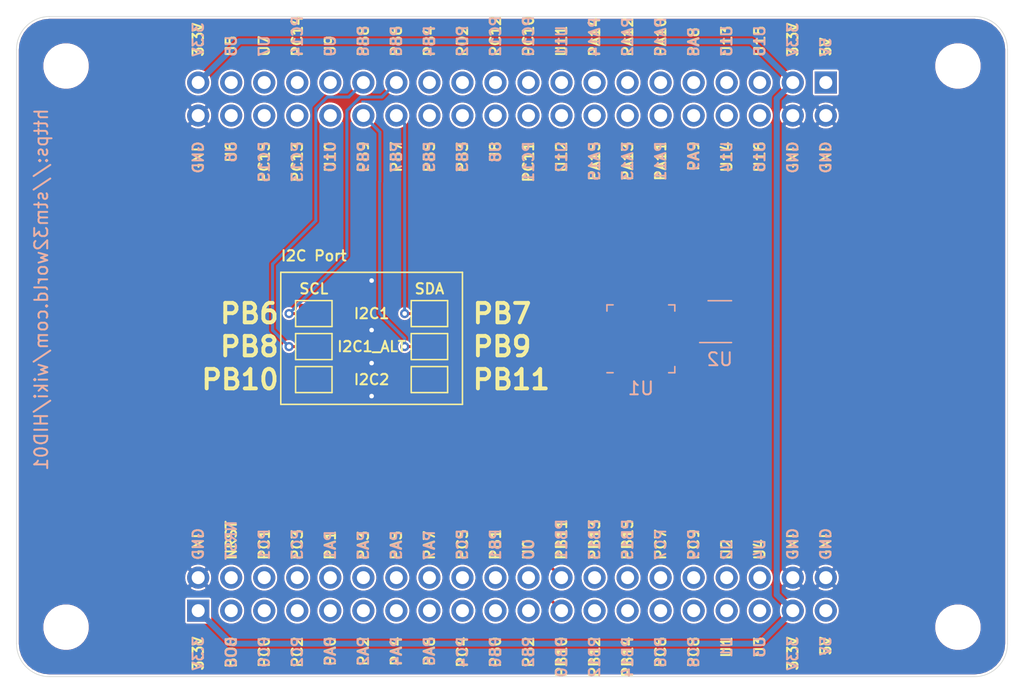
<source format=kicad_pcb>
(kicad_pcb (version 20171130) (host pcbnew 5.1.9+dfsg1-1)
  (layers (0 F.Cu signal) (31 B.Cu signal) (34 B.Paste user) (35 F.Paste user) (36 B.SilkS user) (37 F.SilkS user) (38 B.Mask user) (39 F.Mask user) (44 Edge.Cuts user))
  (net 0 "")
  (net 1 +3V3)
  (net 2 GND)
  (net 3 "Net-(J1-Pad3)")
  (net 4 "Net-(J1-Pad4)")
  (net 5 "Net-(J1-Pad5)")
  (net 6 "Net-(J1-Pad6)")
  (net 7 "Net-(J1-Pad7)")
  (net 8 "Net-(J1-Pad8)")
  (net 9 "Net-(J1-Pad9)")
  (net 10 "Net-(J1-Pad10)")
  (net 11 "Net-(J1-Pad11)")
  (net 12 "Net-(J1-Pad12)")
  (net 13 "Net-(J1-Pad13)")
  (net 14 "Net-(J1-Pad14)")
  (net 15 "Net-(J1-Pad15)")
  (net 16 "Net-(J1-Pad16)")
  (net 17 "Net-(J1-Pad17)")
  (net 18 "Net-(J1-Pad18)")
  (net 19 "Net-(J1-Pad19)")
  (net 20 "Net-(J1-Pad20)")
  (net 21 "Net-(J1-Pad21)")
  (net 22 "Net-(J1-Pad22)")
  (net 23 "Net-(J1-Pad25)")
  (net 24 "Net-(J1-Pad26)")
  (net 25 "Net-(J1-Pad27)")
  (net 26 "Net-(J1-Pad28)")
  (net 27 "Net-(J1-Pad29)")
  (net 28 "Net-(J1-Pad30)")
  (net 29 "Net-(J1-Pad31)")
  (net 30 "Net-(J1-Pad32)")
  (net 31 "Net-(J1-Pad33)")
  (net 32 "Net-(J1-Pad34)")
  (net 33 "Net-(J1-Pad35)")
  (net 34 "Net-(J1-Pad36)")
  (net 35 "Net-(J1-Pad39)")
  (net 36 "Net-(J1-Pad41)")
  (net 37 "Net-(J1-Pad45)")
  (net 38 "Net-(J1-Pad46)")
  (net 39 "Net-(J1-Pad47)")
  (net 40 "Net-(J1-Pad48)")
  (net 41 "Net-(J1-Pad49)")
  (net 42 "Net-(J1-Pad50)")
  (net 43 "Net-(J1-Pad51)")
  (net 44 "Net-(J1-Pad52)")
  (net 45 "Net-(J1-Pad53)")
  (net 46 "Net-(J1-Pad54)")
  (net 47 "Net-(J1-Pad55)")
  (net 48 "Net-(J1-Pad56)")
  (net 49 "Net-(J1-Pad57)")
  (net 50 "Net-(J1-Pad58)")
  (net 51 "Net-(J1-Pad59)")
  (net 52 "Net-(J1-Pad60)")
  (net 53 "Net-(J1-Pad61)")
  (net 54 "Net-(J1-Pad62)")
  (net 55 "Net-(J1-Pad63)")
  (net 56 "Net-(J1-Pad64)")
  (net 57 "Net-(J1-Pad65)")
  (net 58 "Net-(J1-Pad66)")
  (net 59 "Net-(J1-Pad71)")
  (net 60 "Net-(J1-Pad72)")
  (net 61 "Net-(J1-Pad73)")
  (net 62 "Net-(J1-Pad74)")
  (net 63 "Net-(J1-Pad75)")
  (net 64 "Net-(J1-Pad76)")
  (net 65 "Net-(J1-Pad77)")
  (net 66 "Net-(J1-Pad78)")
  (net 67 I2C1_SCL)
  (net 68 I2C1_SDA)
  (net 69 I2C1_SCL_ALT)
  (net 70 I2C1_SDA_ALT)
  (net 71 SCL)
  (net 72 SDA)
  (net 73 I2C2_SCL)
  (net 74 I2C2_SDA)
  (net 75 "Net-(U1-Pad32)")
  (net 76 "Net-(U1-Pad24)")
  (net 77 "Net-(U1-Pad23)")
  (net 78 "Net-(U1-Pad22)")
  (net 79 "Net-(U1-Pad21)")
  (net 80 "Net-(U1-Pad20)")
  (net 81 "Net-(U1-Pad19)")
  (net 82 "Net-(U1-Pad18)")
  (net 83 "Net-(U1-Pad17)")
  (net 84 "Net-(U1-Pad16)")
  (net 85 "Net-(U1-Pad15)")
  (net 86 "Net-(U1-Pad14)")
  (net 87 "Net-(U1-Pad13)")
  (net 88 "Net-(U1-Pad12)")
  (net 89 "Net-(U1-Pad11)")
  (net 90 "Net-(U1-Pad10)")
  (net 91 "Net-(U1-Pad9)")
  (net 92 "Net-(U1-Pad8)")
  (net 93 "Net-(U1-Pad7)")
  (net 94 "Net-(U1-Pad6)")
  (net 95 "Net-(U1-Pad5)")
  (net 96 "Net-(U1-Pad4)")
  (net 97 "Net-(U1-Pad3)")
  (net 98 "Net-(U1-Pad2)")
  (net 99 "Net-(U1-Pad1)")
  (net 100 "Net-(U2-Pad5)")
  (net 101 "Net-(U2-Pad6)")
  (net 102 "Net-(U2-Pad4)")
  (net 103 "Net-(U2-Pad3)")
  (net 104 "Net-(U2-Pad2)")
  (net 105 "Net-(U2-Pad1)")
  (module Package_TO_SOT_SMD:SOT-23-6 (layer B.Cu) (at 155.68 99.68)
    (fp_text reference U2 (at 0 2.9) (layer B.SilkS) (effects (justify mirror)))
    (fp_text value TTP223E-HA6)
    (fp_line (start -0.9 -1.61) (end 0.9 -1.61) (layer B.SilkS) (width 0.12))
    (fp_line (start 0.9 1.61) (end -1.55 1.61) (layer B.SilkS) (width 0.12))
    (pad 5 smd rect (at 1.1 0) (size 1.06 0.65) (layers B.Cu B.Paste B.Mask) (net 100 "Net-(U2-Pad5)"))
    (pad 6 smd rect (at 1.1 0.95) (size 1.06 0.65) (layers B.Cu B.Paste B.Mask) (net 101 "Net-(U2-Pad6)"))
    (pad 4 smd rect (at 1.1 -0.95) (size 1.06 0.65) (layers B.Cu B.Paste B.Mask) (net 102 "Net-(U2-Pad4)"))
    (pad 3 smd rect (at -1.1 -0.95) (size 1.06 0.65) (layers B.Cu B.Paste B.Mask) (net 103 "Net-(U2-Pad3)"))
    (pad 2 smd rect (at -1.1 0) (size 1.06 0.65) (layers B.Cu B.Paste B.Mask) (net 104 "Net-(U2-Pad2)"))
    (pad 1 smd rect (at -1.1 0.95) (size 1.06 0.65) (layers B.Cu B.Paste B.Mask) (net 105 "Net-(U2-Pad1)"))
  )
  (module Package_DFN_QFN:QFN-32-1EP_5x5mm_P0.5mm_EP3.1x3.1mm (layer B.Cu) (at 149.61 101)
    (fp_text reference U1 (at 0 3.82) (layer B.SilkS) (effects (justify mirror)))
    (fp_text value TCA6424ARGJR)
    (fp_line (start 2.135 2.61) (end 2.61 2.61) (layer B.SilkS) (width 0.12))
    (fp_line (start 2.61 2.61) (end 2.61 2.135) (layer B.SilkS) (width 0.12))
    (fp_line (start -2.135 -2.61) (end -2.61 -2.61) (layer B.SilkS) (width 0.12))
    (fp_line (start -2.61 -2.61) (end -2.61 -2.135) (layer B.SilkS) (width 0.12))
    (fp_line (start 2.135 -2.61) (end 2.61 -2.61) (layer B.SilkS) (width 0.12))
    (fp_line (start 2.61 -2.61) (end 2.61 -2.135) (layer B.SilkS) (width 0.12))
    (fp_line (start -2.135 2.61) (end -2.61 2.61) (layer B.SilkS) (width 0.12))
    (pad 33 smd rect (at 0 0) (size 3.1 3.1) (layers B.Cu B.Mask) (net 2 GND))
    (pad 32 smd roundrect (at -1.75 2.4375) (size 0.25 0.875) (layers B.Cu B.Paste B.Mask) (net 75 "Net-(U1-Pad32)"))
    (pad 31 smd roundrect (at -1.25 2.4375) (size 0.25 0.875) (layers B.Cu B.Paste B.Mask) (net 1 +3V3))
    (pad 30 smd roundrect (at -0.75 2.4375) (size 0.25 0.875) (layers B.Cu B.Paste B.Mask) (net 72 SDA))
    (pad 29 smd roundrect (at -0.25 2.4375) (size 0.25 0.875) (layers B.Cu B.Paste B.Mask) (net 71 SCL))
    (pad 28 smd roundrect (at 0.25 2.4375) (size 0.25 0.875) (layers B.Cu B.Paste B.Mask) (net 1 +3V3))
    (pad 27 smd roundrect (at 0.75 2.4375) (size 0.25 0.875) (layers B.Cu B.Paste B.Mask) (net 1 +3V3))
    (pad 26 smd roundrect (at 1.25 2.4375) (size 0.25 0.875) (layers B.Cu B.Paste B.Mask) (net 2 GND))
    (pad 25 smd roundrect (at 1.75 2.4375) (size 0.25 0.875) (layers B.Cu B.Paste B.Mask) (net 2 GND))
    (pad 24 smd roundrect (at 2.4375 1.75) (size 0.875 0.25) (layers B.Cu B.Paste B.Mask) (net 76 "Net-(U1-Pad24)"))
    (pad 23 smd roundrect (at 2.4375 1.25) (size 0.875 0.25) (layers B.Cu B.Paste B.Mask) (net 77 "Net-(U1-Pad23)"))
    (pad 22 smd roundrect (at 2.4375 0.75) (size 0.875 0.25) (layers B.Cu B.Paste B.Mask) (net 78 "Net-(U1-Pad22)"))
    (pad 21 smd roundrect (at 2.4375 0.25) (size 0.875 0.25) (layers B.Cu B.Paste B.Mask) (net 79 "Net-(U1-Pad21)"))
    (pad 20 smd roundrect (at 2.4375 -0.25) (size 0.875 0.25) (layers B.Cu B.Paste B.Mask) (net 80 "Net-(U1-Pad20)"))
    (pad 19 smd roundrect (at 2.4375 -0.75) (size 0.875 0.25) (layers B.Cu B.Paste B.Mask) (net 81 "Net-(U1-Pad19)"))
    (pad 18 smd roundrect (at 2.4375 -1.25) (size 0.875 0.25) (layers B.Cu B.Paste B.Mask) (net 82 "Net-(U1-Pad18)"))
    (pad 17 smd roundrect (at 2.4375 -1.75) (size 0.875 0.25) (layers B.Cu B.Paste B.Mask) (net 83 "Net-(U1-Pad17)"))
    (pad 16 smd roundrect (at 1.75 -2.4375) (size 0.25 0.875) (layers B.Cu B.Paste B.Mask) (net 84 "Net-(U1-Pad16)"))
    (pad 15 smd roundrect (at 1.25 -2.4375) (size 0.25 0.875) (layers B.Cu B.Paste B.Mask) (net 85 "Net-(U1-Pad15)"))
    (pad 14 smd roundrect (at 0.75 -2.4375) (size 0.25 0.875) (layers B.Cu B.Paste B.Mask) (net 86 "Net-(U1-Pad14)"))
    (pad 13 smd roundrect (at 0.25 -2.4375) (size 0.25 0.875) (layers B.Cu B.Paste B.Mask) (net 87 "Net-(U1-Pad13)"))
    (pad 12 smd roundrect (at -0.25 -2.4375) (size 0.25 0.875) (layers B.Cu B.Paste B.Mask) (net 88 "Net-(U1-Pad12)"))
    (pad 11 smd roundrect (at -0.75 -2.4375) (size 0.25 0.875) (layers B.Cu B.Paste B.Mask) (net 89 "Net-(U1-Pad11)"))
    (pad 10 smd roundrect (at -1.25 -2.4375) (size 0.25 0.875) (layers B.Cu B.Paste B.Mask) (net 90 "Net-(U1-Pad10)"))
    (pad 9 smd roundrect (at -1.75 -2.4375) (size 0.25 0.875) (layers B.Cu B.Paste B.Mask) (net 91 "Net-(U1-Pad9)"))
    (pad 8 smd roundrect (at -2.4375 -1.75) (size 0.875 0.25) (layers B.Cu B.Paste B.Mask) (net 92 "Net-(U1-Pad8)"))
    (pad 7 smd roundrect (at -2.4375 -1.25) (size 0.875 0.25) (layers B.Cu B.Paste B.Mask) (net 93 "Net-(U1-Pad7)"))
    (pad 6 smd roundrect (at -2.4375 -0.75) (size 0.875 0.25) (layers B.Cu B.Paste B.Mask) (net 94 "Net-(U1-Pad6)"))
    (pad 5 smd roundrect (at -2.4375 -0.25) (size 0.875 0.25) (layers B.Cu B.Paste B.Mask) (net 95 "Net-(U1-Pad5)"))
    (pad 4 smd roundrect (at -2.4375 0.25) (size 0.875 0.25) (layers B.Cu B.Paste B.Mask) (net 96 "Net-(U1-Pad4)"))
    (pad 3 smd roundrect (at -2.4375 0.75) (size 0.875 0.25) (layers B.Cu B.Paste B.Mask) (net 97 "Net-(U1-Pad3)"))
    (pad 2 smd roundrect (at -2.4375 1.25) (size 0.875 0.25) (layers B.Cu B.Paste B.Mask) (net 98 "Net-(U1-Pad2)"))
    (pad 1 smd roundrect (at -2.4375 1.75) (size 0.875 0.25) (layers B.Cu B.Paste B.Mask) (net 99 "Net-(U1-Pad1)"))
  )
  (module Jumper:SolderJumper-2_P1.3mm_Open_Pad1.0x1.5mm (layer F.Cu) (at 133.35 104.14)
    (fp_text reference JP8 hide)
    (fp_text value ~)
    (fp_line (start -1.4 1) (end -1.4 -1) (layer F.SilkS) (width 0.12))
    (fp_line (start 1.4 1) (end -1.4 1) (layer F.SilkS) (width 0.12))
    (fp_line (start 1.4 -1) (end 1.4 1) (layer F.SilkS) (width 0.12))
    (fp_line (start -1.4 -1) (end 1.4 -1) (layer F.SilkS) (width 0.12))
    (pad 1 smd rect (at -0.65 0) (size 1 1.5) (layers F.Cu F.Mask) (net 74 I2C2_SDA))
    (pad 2 smd rect (at 0.65 0) (size 1 1.5) (layers F.Cu F.Mask) (net 72 SDA))
  )
  (module Jumper:SolderJumper-2_P1.3mm_Open_Pad1.0x1.5mm (layer F.Cu) (at 124.46 104.14)
    (fp_text reference JP7 hide)
    (fp_text value ~)
    (fp_line (start -1.4 1) (end -1.4 -1) (layer F.SilkS) (width 0.12))
    (fp_line (start 1.4 1) (end -1.4 1) (layer F.SilkS) (width 0.12))
    (fp_line (start 1.4 -1) (end 1.4 1) (layer F.SilkS) (width 0.12))
    (fp_line (start -1.4 -1) (end 1.4 -1) (layer F.SilkS) (width 0.12))
    (pad 1 smd rect (at -0.65 0) (size 1 1.5) (layers F.Cu F.Mask) (net 73 I2C2_SCL))
    (pad 2 smd rect (at 0.65 0) (size 1 1.5) (layers F.Cu F.Mask) (net 71 SCL))
  )
  (module Jumper:SolderJumper-2_P1.3mm_Open_Pad1.0x1.5mm (layer F.Cu) (at 133.35 101.6)
    (fp_text reference JP4 hide)
    (fp_text value ~)
    (fp_line (start -1.4 1) (end -1.4 -1) (layer F.SilkS) (width 0.12))
    (fp_line (start 1.4 1) (end -1.4 1) (layer F.SilkS) (width 0.12))
    (fp_line (start 1.4 -1) (end 1.4 1) (layer F.SilkS) (width 0.12))
    (fp_line (start -1.4 -1) (end 1.4 -1) (layer F.SilkS) (width 0.12))
    (pad 1 smd rect (at -0.65 0) (size 1 1.5) (layers F.Cu F.Mask) (net 70 I2C1_SDA_ALT))
    (pad 2 smd rect (at 0.65 0) (size 1 1.5) (layers F.Cu F.Mask) (net 72 SDA))
  )
  (module Jumper:SolderJumper-2_P1.3mm_Bridged2Bar_Pad1.0x1.5mm (layer F.Cu) (at 133.35 99.06)
    (fp_text reference JP3 hide)
    (fp_text value ~)
    (fp_line (start -1.4 1) (end -1.4 -1) (layer F.SilkS) (width 0.12))
    (fp_line (start 1.4 1) (end -1.4 1) (layer F.SilkS) (width 0.12))
    (fp_line (start 1.4 -1) (end 1.4 1) (layer F.SilkS) (width 0.12))
    (fp_line (start -1.4 -1) (end 1.4 -1) (layer F.SilkS) (width 0.12))
    (fp_poly (pts (xy -0.25 0.2) (xy 0.25 0.2) (xy 0.25 0.6) (xy -0.25 0.6)) (layer F.Cu) (width 0))
    (fp_poly (pts (xy -0.25 -0.6) (xy 0.25 -0.6) (xy 0.25 -0.2) (xy -0.25 -0.2)) (layer F.Cu) (width 0))
    (pad 2 smd rect (at 0.65 0) (size 1 1.5) (layers F.Cu F.Mask) (net 72 SDA))
    (pad 1 smd rect (at -0.65 0) (size 1 1.5) (layers F.Cu F.Mask) (net 68 I2C1_SDA))
  )
  (module Jumper:SolderJumper-2_P1.3mm_Open_Pad1.0x1.5mm (layer F.Cu) (at 124.46 101.6)
    (fp_text reference JP2 hide)
    (fp_text value ~ hide)
    (fp_line (start -1.4 1) (end -1.4 -1) (layer F.SilkS) (width 0.12))
    (fp_line (start 1.4 1) (end -1.4 1) (layer F.SilkS) (width 0.12))
    (fp_line (start 1.4 -1) (end 1.4 1) (layer F.SilkS) (width 0.12))
    (fp_line (start -1.4 -1) (end 1.4 -1) (layer F.SilkS) (width 0.12))
    (pad 1 smd rect (at -0.65 0) (size 1 1.5) (layers F.Cu F.Mask) (net 69 I2C1_SCL_ALT))
    (pad 2 smd rect (at 0.65 0) (size 1 1.5) (layers F.Cu F.Mask) (net 71 SCL))
  )
  (module Jumper:SolderJumper-2_P1.3mm_Bridged2Bar_Pad1.0x1.5mm (layer F.Cu) (at 124.46 99.06)
    (fp_text reference JP1 hide)
    (fp_text value ~)
    (fp_line (start -1.4 1) (end -1.4 -1) (layer F.SilkS) (width 0.12))
    (fp_line (start 1.4 1) (end -1.4 1) (layer F.SilkS) (width 0.12))
    (fp_line (start 1.4 -1) (end 1.4 1) (layer F.SilkS) (width 0.12))
    (fp_line (start -1.4 -1) (end 1.4 -1) (layer F.SilkS) (width 0.12))
    (fp_poly (pts (xy -0.25 0.2) (xy 0.25 0.2) (xy 0.25 0.6) (xy -0.25 0.6)) (layer F.Cu) (width 0))
    (fp_poly (pts (xy -0.25 -0.6) (xy 0.25 -0.6) (xy 0.25 -0.2) (xy -0.25 -0.2)) (layer F.Cu) (width 0))
    (pad 2 smd rect (at 0.65 0) (size 1 1.5) (layers F.Cu F.Mask) (net 71 SCL))
    (pad 1 smd rect (at -0.65 0) (size 1 1.5) (layers F.Cu F.Mask) (net 67 I2C1_SCL))
  )
  (module stm32world:STM32WORLD_BASE (layer F.Cu) (at 139.7 101.6)
    (fp_text reference J1 hide)
    (fp_text value ~)
    (fp_text user 5V (at 24.13 22.225 90) (layer B.SilkS) (effects (font (size 0.8 0.8)) (justify left mirror)))
    (fp_text user 3.3V (at 21.59 22.225 90) (layer B.SilkS) (effects (font (size 0.8 0.8)) (justify left mirror)))
    (fp_text user U3 (at 19.05 22.225 90) (layer B.SilkS) (effects (font (size 0.8 0.8)) (justify left mirror)))
    (fp_text user U1 (at 16.51 22.225 90) (layer B.SilkS) (effects (font (size 0.8 0.8)) (justify left mirror)))
    (fp_text user PC8 (at 13.97 22.225 90) (layer B.SilkS) (effects (font (size 0.8 0.8)) (justify left mirror)))
    (fp_text user PC6 (at 11.43 22.225 90) (layer B.SilkS) (effects (font (size 0.8 0.8)) (justify left mirror)))
    (fp_text user PB14 (at 8.89 22.225 90) (layer B.SilkS) (effects (font (size 0.8 0.8)) (justify left mirror)))
    (fp_text user PB12 (at 6.35 22.225 90) (layer B.SilkS) (effects (font (size 0.8 0.8)) (justify left mirror)))
    (fp_text user PB10 (at 3.81 22.225 90) (layer B.SilkS) (effects (font (size 0.8 0.8)) (justify left mirror)))
    (fp_text user PB2 (at 1.27 22.225 90) (layer B.SilkS) (effects (font (size 0.8 0.8)) (justify left mirror)))
    (fp_text user PB0 (at -1.27 22.225 90) (layer B.SilkS) (effects (font (size 0.8 0.8)) (justify left mirror)))
    (fp_text user PC4 (at -3.81 22.225 90) (layer B.SilkS) (effects (font (size 0.8 0.8)) (justify left mirror)))
    (fp_text user PA6 (at -6.35 22.225 90) (layer B.SilkS) (effects (font (size 0.8 0.8)) (justify left mirror)))
    (fp_text user PA4 (at -8.89 22.225 90) (layer B.SilkS) (effects (font (size 0.8 0.8)) (justify left mirror)))
    (fp_text user PA2 (at -11.43 22.225 90) (layer B.SilkS) (effects (font (size 0.8 0.8)) (justify left mirror)))
    (fp_text user PA0 (at -13.97 22.225 90) (layer B.SilkS) (effects (font (size 0.8 0.8)) (justify left mirror)))
    (fp_text user PC2 (at -16.51 22.225 90) (layer B.SilkS) (effects (font (size 0.8 0.8)) (justify left mirror)))
    (fp_text user PC0 (at -19.05 22.225 90) (layer B.SilkS) (effects (font (size 0.8 0.8)) (justify left mirror)))
    (fp_text user BO0 (at -21.59 22.225 90) (layer B.SilkS) (effects (font (size 0.8 0.8)) (justify left mirror)))
    (fp_text user 3.3V (at -24.13 22.225 90) (layer B.SilkS) (effects (font (size 0.8 0.8)) (justify left mirror)))
    (fp_text user GND (at 24.13 16.51 90) (layer B.SilkS) (effects (font (size 0.8 0.8)) (justify right mirror)))
    (fp_text user GND (at 21.59 16.51 90) (layer B.SilkS) (effects (font (size 0.8 0.8)) (justify right mirror)))
    (fp_text user U4 (at 19.05 16.51 90) (layer B.SilkS) (effects (font (size 0.8 0.8)) (justify right mirror)))
    (fp_text user U2 (at 16.51 16.51 90) (layer B.SilkS) (effects (font (size 0.8 0.8)) (justify right mirror)))
    (fp_text user PC9 (at 13.97 16.51 90) (layer B.SilkS) (effects (font (size 0.8 0.8)) (justify right mirror)))
    (fp_text user PC7 (at 11.43 16.51 90) (layer B.SilkS) (effects (font (size 0.8 0.8)) (justify right mirror)))
    (fp_text user PB15 (at 8.89 16.51 90) (layer B.SilkS) (effects (font (size 0.8 0.8)) (justify right mirror)))
    (fp_text user PB13 (at 6.35 16.51 90) (layer B.SilkS) (effects (font (size 0.8 0.8)) (justify right mirror)))
    (fp_text user PB11 (at 3.81 16.51 90) (layer B.SilkS) (effects (font (size 0.8 0.8)) (justify right mirror)))
    (fp_text user U0 (at 1.27 16.51 90) (layer B.SilkS) (effects (font (size 0.8 0.8)) (justify right mirror)))
    (fp_text user PB1 (at -1.27 16.51 90) (layer B.SilkS) (effects (font (size 0.8 0.8)) (justify right mirror)))
    (fp_text user PC5 (at -3.81 16.51 90) (layer B.SilkS) (effects (font (size 0.8 0.8)) (justify right mirror)))
    (fp_text user PA7 (at -6.35 16.51 90) (layer B.SilkS) (effects (font (size 0.8 0.8)) (justify right mirror)))
    (fp_text user PA5 (at -8.89 16.51 90) (layer B.SilkS) (effects (font (size 0.8 0.8)) (justify right mirror)))
    (fp_text user PA3 (at -11.43 16.51 90) (layer B.SilkS) (effects (font (size 0.8 0.8)) (justify right mirror)))
    (fp_text user PA1 (at -13.97 16.51 90) (layer B.SilkS) (effects (font (size 0.8 0.8)) (justify right mirror)))
    (fp_text user PC3 (at -16.51 16.51 90) (layer B.SilkS) (effects (font (size 0.8 0.8)) (justify right mirror)))
    (fp_text user PC1 (at -19.05 16.51 90) (layer B.SilkS) (effects (font (size 0.8 0.8)) (justify right mirror)))
    (fp_text user NRST (at -21.59 16.51 90) (layer B.SilkS) (effects (font (size 0.8 0.8)) (justify right mirror)))
    (fp_text user GND (at -24.13 16.51 90) (layer B.SilkS) (effects (font (size 0.8 0.8)) (justify right mirror)))
    (fp_text user 3.3V (at -24.13 -22.225 90) (layer B.SilkS) (effects (font (size 0.8 0.8)) (justify right mirror)))
    (fp_text user U5 (at -21.59 -22.225 90) (layer B.SilkS) (effects (font (size 0.8 0.8)) (justify right mirror)))
    (fp_text user U7 (at -19.05 -22.225 90) (layer B.SilkS) (effects (font (size 0.8 0.8)) (justify right mirror)))
    (fp_text user PC14 (at -16.51 -22.225 90) (layer B.SilkS) (effects (font (size 0.8 0.8)) (justify right mirror)))
    (fp_text user U9 (at -13.97 -22.225 90) (layer B.SilkS) (effects (font (size 0.8 0.8)) (justify right mirror)))
    (fp_text user PB8 (at -11.43 -22.225 90) (layer B.SilkS) (effects (font (size 0.8 0.8)) (justify right mirror)))
    (fp_text user PB6 (at -8.89 -22.225 90) (layer B.SilkS) (effects (font (size 0.8 0.8)) (justify right mirror)))
    (fp_text user PB4 (at -6.35 -22.225 90) (layer B.SilkS) (effects (font (size 0.8 0.8)) (justify right mirror)))
    (fp_text user PD2 (at -3.81 -22.225 90) (layer B.SilkS) (effects (font (size 0.8 0.8)) (justify right mirror)))
    (fp_text user PC12 (at -1.27 -22.225 90) (layer B.SilkS) (effects (font (size 0.8 0.8)) (justify right mirror)))
    (fp_text user PC10 (at 1.27 -22.225 90) (layer B.SilkS) (effects (font (size 0.8 0.8)) (justify right mirror)))
    (fp_text user U11 (at 3.81 -22.225 90) (layer B.SilkS) (effects (font (size 0.8 0.8)) (justify right mirror)))
    (fp_text user PA14 (at 6.35 -22.225 90) (layer B.SilkS) (effects (font (size 0.8 0.8)) (justify right mirror)))
    (fp_text user PA12 (at 8.89 -22.225 90) (layer B.SilkS) (effects (font (size 0.8 0.8)) (justify right mirror)))
    (fp_text user PA10 (at 11.43 -22.225 90) (layer B.SilkS) (effects (font (size 0.8 0.8)) (justify right mirror)))
    (fp_text user PA8 (at 13.97 -22.225 90) (layer B.SilkS) (effects (font (size 0.8 0.8)) (justify right mirror)))
    (fp_text user U13 (at 16.51 -22.225 90) (layer B.SilkS) (effects (font (size 0.8 0.8)) (justify right mirror)))
    (fp_text user U15 (at 19.05 -22.225 90) (layer B.SilkS) (effects (font (size 0.8 0.8)) (justify right mirror)))
    (fp_text user 3.3V (at 21.59 -22.225 90) (layer B.SilkS) (effects (font (size 0.8 0.8)) (justify right mirror)))
    (fp_text user 5V (at 24.13 -22.225 90) (layer B.SilkS) (effects (font (size 0.8 0.8)) (justify right mirror)))
    (fp_text user GND (at 24.13 -15.875 90) (layer B.SilkS) (effects (font (size 0.8 0.8)) (justify left mirror)))
    (fp_text user GND (at 21.59 -15.875 90) (layer B.SilkS) (effects (font (size 0.8 0.8)) (justify left mirror)))
    (fp_text user U16 (at 19.05 -15.875 90) (layer B.SilkS) (effects (font (size 0.8 0.8)) (justify left mirror)))
    (fp_text user U14 (at 16.51 -15.875 90) (layer B.SilkS) (effects (font (size 0.8 0.8)) (justify left mirror)))
    (fp_text user PA9 (at 13.97 -15.875 90) (layer B.SilkS) (effects (font (size 0.8 0.8)) (justify left mirror)))
    (fp_text user PA11 (at 11.43 -15.875 90) (layer B.SilkS) (effects (font (size 0.8 0.8)) (justify left mirror)))
    (fp_text user PA13 (at 8.89 -15.875 90) (layer B.SilkS) (effects (font (size 0.8 0.8)) (justify left mirror)))
    (fp_text user PA15 (at 6.35 -15.875 90) (layer B.SilkS) (effects (font (size 0.8 0.8)) (justify left mirror)))
    (fp_text user U12 (at 3.81 -15.875 90) (layer B.SilkS) (effects (font (size 0.8 0.8)) (justify left mirror)))
    (fp_text user PC11 (at 1.27 -15.875 90) (layer B.SilkS) (effects (font (size 0.8 0.8)) (justify left mirror)))
    (fp_text user U8 (at -1.27 -15.875 90) (layer B.SilkS) (effects (font (size 0.8 0.8)) (justify left mirror)))
    (fp_text user PB3 (at -3.81 -15.875 90) (layer B.SilkS) (effects (font (size 0.8 0.8)) (justify left mirror)))
    (fp_text user PB5 (at -6.35 -15.875 90) (layer B.SilkS) (effects (font (size 0.8 0.8)) (justify left mirror)))
    (fp_text user PB7 (at -8.89 -15.875 90) (layer B.SilkS) (effects (font (size 0.8 0.8)) (justify left mirror)))
    (fp_text user PB9 (at -11.43 -15.875 90) (layer B.SilkS) (effects (font (size 0.8 0.8)) (justify left mirror)))
    (fp_text user U10 (at -13.97 -15.875 90) (layer B.SilkS) (effects (font (size 0.8 0.8)) (justify left mirror)))
    (fp_text user PC13 (at -16.51 -15.875 90) (layer B.SilkS) (effects (font (size 0.8 0.8)) (justify left mirror)))
    (fp_text user PC15 (at -19.05 -15.875 90) (layer B.SilkS) (effects (font (size 0.8 0.8)) (justify left mirror)))
    (fp_text user U6 (at -21.59 -15.875 90) (layer B.SilkS) (effects (font (size 0.8 0.8)) (justify left mirror)))
    (fp_text user GND (at -24.13 -15.875 90) (layer B.SilkS) (effects (font (size 0.8 0.8)) (justify left mirror)))
    (fp_text user U16 (at 19.05 -15.875 90) (layer F.SilkS) (effects (font (size 0.8 0.8)) (justify right)))
    (fp_text user U14 (at 16.51 -15.875 90) (layer F.SilkS) (effects (font (size 0.8 0.8)) (justify right)))
    (fp_text user U15 (at 19.05 -22.225 90) (layer F.SilkS) (effects (font (size 0.8 0.8)) (justify left)))
    (fp_text user U13 (at 16.51 -22.225 90) (layer F.SilkS) (effects (font (size 0.8 0.8)) (justify left)))
    (fp_text user U11 (at 3.81 -22.225 90) (layer F.SilkS) (effects (font (size 0.8 0.8)) (justify left)))
    (fp_text user U12 (at 3.81 -15.875 90) (layer F.SilkS) (effects (font (size 0.8 0.8)) (justify right)))
    (fp_text user U8 (at -1.27 -15.875 90) (layer F.SilkS) (effects (font (size 0.8 0.8)) (justify right)))
    (fp_text user U10 (at -13.97 -15.875 90) (layer F.SilkS) (effects (font (size 0.8 0.8)) (justify right)))
    (fp_text user U9 (at -13.97 -22.225 90) (layer F.SilkS) (effects (font (size 0.8 0.8)) (justify left)))
    (fp_text user U7 (at -19.05 -22.225 90) (layer F.SilkS) (effects (font (size 0.8 0.8)) (justify left)))
    (fp_text user U6 (at -21.59 -15.875 90) (layer F.SilkS) (effects (font (size 0.8 0.8)) (justify right)))
    (fp_text user U5 (at -21.59 -22.225 90) (layer F.SilkS) (effects (font (size 0.8 0.8)) (justify left)))
    (fp_text user U4 (at 19.05 16.51 90) (layer F.SilkS) (effects (font (size 0.8 0.8)) (justify left)))
    (fp_text user U2 (at 16.51 16.51 90) (layer F.SilkS) (effects (font (size 0.8 0.8)) (justify left)))
    (fp_text user U3 (at 19.05 22.225 90) (layer F.SilkS) (effects (font (size 0.8 0.8)) (justify right)))
    (fp_text user U1 (at 16.51 22.225 90) (layer F.SilkS) (effects (font (size 0.8 0.8)) (justify right)))
    (fp_text user U0 (at 1.27 16.51 90) (layer F.SilkS) (effects (font (size 0.8 0.8)) (justify left)))
    (fp_text user https://stm32world.com/wiki/HID01 (at -36.195 -18.415 90 unlocked) (layer B.SilkS) (effects (justify left mirror)))
    (fp_text user 3.3V (at 21.59 -22.225 90) (layer F.SilkS) (effects (font (size 0.8 0.8)) (justify left)))
    (fp_text user GND (at 21.59 -15.875 90) (layer F.SilkS) (effects (font (size 0.8 0.8)) (justify right)))
    (fp_text user 5V (at 24.13 22.225 90) (layer F.SilkS) (effects (font (size 0.8 0.8)) (justify right)))
    (fp_text user GND (at 21.59 16.51 90) (layer F.SilkS) (effects (font (size 0.8 0.8)) (justify left)))
    (fp_text user GND (at -24.13 -15.875 90) (layer F.SilkS) (effects (font (size 0.8 0.8)) (justify right)))
    (fp_text user PC15 (at -19.05 -15.875 90) (layer F.SilkS) (effects (font (size 0.8 0.8)) (justify right)))
    (fp_text user PC13 (at -16.51 -15.875 90) (layer F.SilkS) (effects (font (size 0.8 0.8)) (justify right)))
    (fp_text user PB9 (at -11.43 -15.875 90) (layer F.SilkS) (effects (font (size 0.8 0.8)) (justify right)))
    (fp_text user PB7 (at -8.89 -15.875 90) (layer F.SilkS) (effects (font (size 0.8 0.8)) (justify right)))
    (fp_text user PB5 (at -6.35 -15.875 90) (layer F.SilkS) (effects (font (size 0.8 0.8)) (justify right)))
    (fp_text user PB3 (at -3.81 -15.875 90) (layer F.SilkS) (effects (font (size 0.8 0.8)) (justify right)))
    (fp_text user PC11 (at 1.27 -15.875 90) (layer F.SilkS) (effects (font (size 0.8 0.8)) (justify right)))
    (fp_text user PA15 (at 6.35 -15.875 90) (layer F.SilkS) (effects (font (size 0.8 0.8)) (justify right)))
    (fp_text user PA13 (at 8.89 -15.875 90) (layer F.SilkS) (effects (font (size 0.8 0.8)) (justify right)))
    (fp_text user PA11 (at 11.43 -15.875 90) (layer F.SilkS) (effects (font (size 0.8 0.8)) (justify right)))
    (fp_text user PA9 (at 13.97 -15.875 90) (layer F.SilkS) (effects (font (size 0.8 0.8)) (justify right)))
    (fp_text user 3.3V (at -24.13 -22.225 90) (layer F.SilkS) (effects (font (size 0.8 0.8)) (justify left)))
    (fp_text user PC14 (at -16.51 -22.225 90) (layer F.SilkS) (effects (font (size 0.8 0.8)) (justify left)))
    (fp_text user PB8 (at -11.43 -22.225 90) (layer F.SilkS) (effects (font (size 0.8 0.8)) (justify left)))
    (fp_text user PB6 (at -8.89 -22.225 90) (layer F.SilkS) (effects (font (size 0.8 0.8)) (justify left)))
    (fp_text user PB4 (at -6.35 -22.225 90) (layer F.SilkS) (effects (font (size 0.8 0.8)) (justify left)))
    (fp_text user PD2 (at -3.81 -22.225 90) (layer F.SilkS) (effects (font (size 0.8 0.8)) (justify left)))
    (fp_text user PC12 (at -1.27 -22.225 90) (layer F.SilkS) (effects (font (size 0.8 0.8)) (justify left)))
    (fp_text user PC10 (at 1.27 -22.225 90) (layer F.SilkS) (effects (font (size 0.8 0.8)) (justify left)))
    (fp_text user PA14 (at 6.35 -22.225 90) (layer F.SilkS) (effects (font (size 0.8 0.8)) (justify left)))
    (fp_text user PA12 (at 8.89 -22.225 90) (layer F.SilkS) (effects (font (size 0.8 0.8)) (justify left)))
    (fp_text user PA10 (at 11.43 -22.225 90) (layer F.SilkS) (effects (font (size 0.8 0.8)) (justify left)))
    (fp_text user PA8 (at 13.97 -22.225 90) (layer F.SilkS) (effects (font (size 0.8 0.8)) (justify left)))
    (fp_text user GND (at 24.13 -15.875 90) (layer F.SilkS) (effects (font (size 0.8 0.8)) (justify right)))
    (fp_text user 5V (at 24.13 -22.225 90) (layer F.SilkS) (effects (font (size 0.8 0.8)) (justify left)))
    (fp_text user GND (at 24.13 16.51 90) (layer F.SilkS) (effects (font (size 0.8 0.8)) (justify left)))
    (fp_text user PC9 (at 13.97 16.51 90) (layer F.SilkS) (effects (font (size 0.8 0.8)) (justify left)))
    (fp_text user PC7 (at 11.43 16.51 90) (layer F.SilkS) (effects (font (size 0.8 0.8)) (justify left)))
    (fp_text user PB15 (at 8.89 16.51 90) (layer F.SilkS) (effects (font (size 0.8 0.8)) (justify left)))
    (fp_text user PB13 (at 6.35 16.51 90) (layer F.SilkS) (effects (font (size 0.8 0.8)) (justify left)))
    (fp_text user PB11 (at 3.81 16.51 90) (layer F.SilkS) (effects (font (size 0.8 0.8)) (justify left)))
    (fp_text user PB1 (at -1.27 16.51 90) (layer F.SilkS) (effects (font (size 0.8 0.8)) (justify left)))
    (fp_text user PC5 (at -3.81 16.51 90) (layer F.SilkS) (effects (font (size 0.8 0.8)) (justify left)))
    (fp_text user PA7 (at -6.35 16.51 90) (layer F.SilkS) (effects (font (size 0.8 0.8)) (justify left)))
    (fp_text user PA5 (at -8.89 16.51 90) (layer F.SilkS) (effects (font (size 0.8 0.8)) (justify left)))
    (fp_text user PA3 (at -11.43 16.51 90) (layer F.SilkS) (effects (font (size 0.8 0.8)) (justify left)))
    (fp_text user PA1 (at -13.97 16.51 90) (layer F.SilkS) (effects (font (size 0.8 0.8)) (justify left)))
    (fp_text user PC3 (at -16.51 16.51 90) (layer F.SilkS) (effects (font (size 0.8 0.8)) (justify left)))
    (fp_text user PC1 (at -19.05 16.51 90) (layer F.SilkS) (effects (font (size 0.8 0.8)) (justify left)))
    (fp_text user NRST (at -21.59 16.51 90) (layer F.SilkS) (effects (font (size 0.8 0.8)) (justify left)))
    (fp_text user 3.3V (at 21.59 22.225 90) (layer F.SilkS) (effects (font (size 0.8 0.8)) (justify right)))
    (fp_text user PC8 (at 13.97 22.225 90) (layer F.SilkS) (effects (font (size 0.8 0.8)) (justify right)))
    (fp_text user PC6 (at 11.43 22.225 90) (layer F.SilkS) (effects (font (size 0.8 0.8)) (justify right)))
    (fp_text user PB14 (at 8.89 22.225 90) (layer F.SilkS) (effects (font (size 0.8 0.8)) (justify right)))
    (fp_text user PB12 (at 6.35 22.225 90) (layer F.SilkS) (effects (font (size 0.8 0.8)) (justify right)))
    (fp_text user PB10 (at 3.81 22.225 90) (layer F.SilkS) (effects (font (size 0.8 0.8)) (justify right)))
    (fp_text user PB2 (at 1.27 22.225 90) (layer F.SilkS) (effects (font (size 0.8 0.8)) (justify right)))
    (fp_text user PB0 (at -1.27 22.225 90) (layer F.SilkS) (effects (font (size 0.8 0.8)) (justify right)))
    (fp_text user PC4 (at -3.81 22.225 90) (layer F.SilkS) (effects (font (size 0.8 0.8)) (justify right)))
    (fp_text user PA6 (at -6.35 22.225 90) (layer F.SilkS) (effects (font (size 0.8 0.8)) (justify right)))
    (fp_text user PA4 (at -8.89 22.225 90) (layer F.SilkS) (effects (font (size 0.8 0.8)) (justify right)))
    (fp_text user PA2 (at -11.43 22.225 90) (layer F.SilkS) (effects (font (size 0.8 0.8)) (justify right)))
    (fp_text user PA0 (at -13.97 22.225 90) (layer F.SilkS) (effects (font (size 0.8 0.8)) (justify right)))
    (fp_text user PC2 (at -16.51 22.225 90) (layer F.SilkS) (effects (font (size 0.8 0.8)) (justify right)))
    (fp_text user PC0 (at -19.05 22.225 90) (layer F.SilkS) (effects (font (size 0.8 0.8)) (justify right)))
    (fp_text user BO0 (at -21.59 22.225 90) (layer F.SilkS) (effects (font (size 0.8 0.8)) (justify right)))
    (fp_text user GND (at -24.13 16.51 90) (layer F.SilkS) (effects (font (size 0.8 0.8)) (justify left)))
    (fp_text user 3.3V (at -24.13 22.225 90) (layer F.SilkS) (effects (font (size 0.8 0.8)) (justify right)))
    (pad 1 thru_hole rect (at -24.13 20.32) (size 1.7 1.7) (drill 1) (layers *.Cu *.Mask) (net 1 +3V3))
    (pad 2 thru_hole circle (at -24.13 17.78) (size 1.7 1.7) (drill 1) (layers *.Cu *.Mask) (net 2 GND))
    (pad 3 thru_hole circle (at -21.59 20.32) (size 1.7 1.7) (drill 1) (layers *.Cu *.Mask) (net 3 "Net-(J1-Pad3)"))
    (pad 4 thru_hole circle (at -21.59 17.78) (size 1.7 1.7) (drill 1) (layers *.Cu *.Mask) (net 4 "Net-(J1-Pad4)"))
    (pad 5 thru_hole circle (at -19.05 20.32) (size 1.7 1.7) (drill 1) (layers *.Cu *.Mask) (net 5 "Net-(J1-Pad5)"))
    (pad 6 thru_hole circle (at -19.05 17.78) (size 1.7 1.7) (drill 1) (layers *.Cu *.Mask) (net 6 "Net-(J1-Pad6)"))
    (pad 7 thru_hole circle (at -16.51 20.32) (size 1.7 1.7) (drill 1) (layers *.Cu *.Mask) (net 7 "Net-(J1-Pad7)"))
    (pad 8 thru_hole circle (at -16.51 17.78) (size 1.7 1.7) (drill 1) (layers *.Cu *.Mask) (net 8 "Net-(J1-Pad8)"))
    (pad 9 thru_hole circle (at -13.97 20.32) (size 1.7 1.7) (drill 1) (layers *.Cu *.Mask) (net 9 "Net-(J1-Pad9)"))
    (pad 10 thru_hole circle (at -13.97 17.78) (size 1.7 1.7) (drill 1) (layers *.Cu *.Mask) (net 10 "Net-(J1-Pad10)"))
    (pad 11 thru_hole circle (at -11.43 20.32) (size 1.7 1.7) (drill 1) (layers *.Cu *.Mask) (net 11 "Net-(J1-Pad11)"))
    (pad 12 thru_hole circle (at -11.43 17.78) (size 1.7 1.7) (drill 1) (layers *.Cu *.Mask) (net 12 "Net-(J1-Pad12)"))
    (pad 13 thru_hole circle (at -8.89 20.32) (size 1.7 1.7) (drill 1) (layers *.Cu *.Mask) (net 13 "Net-(J1-Pad13)"))
    (pad 14 thru_hole circle (at -8.89 17.78) (size 1.7 1.7) (drill 1) (layers *.Cu *.Mask) (net 14 "Net-(J1-Pad14)"))
    (pad 15 thru_hole circle (at -6.35 20.32) (size 1.7 1.7) (drill 1) (layers *.Cu *.Mask) (net 15 "Net-(J1-Pad15)"))
    (pad 16 thru_hole circle (at -6.35 17.78) (size 1.7 1.7) (drill 1) (layers *.Cu *.Mask) (net 16 "Net-(J1-Pad16)"))
    (pad 17 thru_hole circle (at -3.81 20.32) (size 1.7 1.7) (drill 1) (layers *.Cu *.Mask) (net 17 "Net-(J1-Pad17)"))
    (pad 18 thru_hole circle (at -3.81 17.78) (size 1.7 1.7) (drill 1) (layers *.Cu *.Mask) (net 18 "Net-(J1-Pad18)"))
    (pad 19 thru_hole circle (at -1.27 20.32) (size 1.7 1.7) (drill 1) (layers *.Cu *.Mask) (net 19 "Net-(J1-Pad19)"))
    (pad 20 thru_hole circle (at -1.27 17.78) (size 1.7 1.7) (drill 1) (layers *.Cu *.Mask) (net 20 "Net-(J1-Pad20)"))
    (pad 21 thru_hole circle (at 1.27 20.32) (size 1.7 1.7) (drill 1) (layers *.Cu *.Mask) (net 21 "Net-(J1-Pad21)"))
    (pad 22 thru_hole circle (at 1.27 17.78) (size 1.7 1.7) (drill 1) (layers *.Cu *.Mask) (net 22 "Net-(J1-Pad22)"))
    (pad 23 thru_hole circle (at 3.81 20.32) (size 1.7 1.7) (drill 1) (layers *.Cu *.Mask) (net 73 I2C2_SCL))
    (pad 24 thru_hole circle (at 3.81 17.78) (size 1.7 1.7) (drill 1) (layers *.Cu *.Mask) (net 74 I2C2_SDA))
    (pad 25 thru_hole circle (at 6.35 20.32) (size 1.7 1.7) (drill 1) (layers *.Cu *.Mask) (net 23 "Net-(J1-Pad25)"))
    (pad 26 thru_hole circle (at 6.35 17.78) (size 1.7 1.7) (drill 1) (layers *.Cu *.Mask) (net 24 "Net-(J1-Pad26)"))
    (pad 27 thru_hole circle (at 8.89 20.32) (size 1.7 1.7) (drill 1) (layers *.Cu *.Mask) (net 25 "Net-(J1-Pad27)"))
    (pad 28 thru_hole circle (at 8.89 17.78) (size 1.7 1.7) (drill 1) (layers *.Cu *.Mask) (net 26 "Net-(J1-Pad28)"))
    (pad 29 thru_hole circle (at 11.43 20.32) (size 1.7 1.7) (drill 1) (layers *.Cu *.Mask) (net 27 "Net-(J1-Pad29)"))
    (pad 30 thru_hole circle (at 11.43 17.78) (size 1.7 1.7) (drill 1) (layers *.Cu *.Mask) (net 28 "Net-(J1-Pad30)"))
    (pad 31 thru_hole circle (at 13.97 20.32) (size 1.7 1.7) (drill 1) (layers *.Cu *.Mask) (net 29 "Net-(J1-Pad31)"))
    (pad 32 thru_hole circle (at 13.97 17.78) (size 1.7 1.7) (drill 1) (layers *.Cu *.Mask) (net 30 "Net-(J1-Pad32)"))
    (pad 33 thru_hole circle (at 16.51 20.32) (size 1.7 1.7) (drill 1) (layers *.Cu *.Mask) (net 31 "Net-(J1-Pad33)"))
    (pad 34 thru_hole circle (at 16.51 17.78) (size 1.7 1.7) (drill 1) (layers *.Cu *.Mask) (net 32 "Net-(J1-Pad34)"))
    (pad 35 thru_hole circle (at 19.05 20.32) (size 1.7 1.7) (drill 1) (layers *.Cu *.Mask) (net 33 "Net-(J1-Pad35)"))
    (pad 36 thru_hole circle (at 19.05 17.78) (size 1.7 1.7) (drill 1) (layers *.Cu *.Mask) (net 34 "Net-(J1-Pad36)"))
    (pad 37 thru_hole circle (at 21.59 20.32) (size 1.7 1.7) (drill 1) (layers *.Cu *.Mask) (net 1 +3V3))
    (pad 38 thru_hole circle (at 21.59 17.78) (size 1.7 1.7) (drill 1) (layers *.Cu *.Mask) (net 2 GND))
    (pad 39 thru_hole circle (at 24.13 20.32) (size 1.7 1.7) (drill 1) (layers *.Cu *.Mask) (net 35 "Net-(J1-Pad39)"))
    (pad 40 thru_hole circle (at 24.13 17.78) (size 1.7 1.7) (drill 1) (layers *.Cu *.Mask) (net 2 GND))
    (pad 41 thru_hole rect (at 24.13 -20.32) (size 1.7 1.7) (drill 1) (layers *.Cu *.Mask) (net 36 "Net-(J1-Pad41)"))
    (pad 42 thru_hole circle (at 24.13 -17.78) (size 1.7 1.7) (drill 1) (layers *.Cu *.Mask) (net 2 GND))
    (pad 43 thru_hole circle (at 21.59 -20.32) (size 1.7 1.7) (drill 1) (layers *.Cu *.Mask) (net 1 +3V3))
    (pad 44 thru_hole circle (at 21.59 -17.78) (size 1.7 1.7) (drill 1) (layers *.Cu *.Mask) (net 2 GND))
    (pad 45 thru_hole circle (at 19.05 -20.32) (size 1.7 1.7) (drill 1) (layers *.Cu *.Mask) (net 37 "Net-(J1-Pad45)"))
    (pad 46 thru_hole circle (at 19.05 -17.78) (size 1.7 1.7) (drill 1) (layers *.Cu *.Mask) (net 38 "Net-(J1-Pad46)"))
    (pad 47 thru_hole circle (at 16.51 -20.32) (size 1.7 1.7) (drill 1) (layers *.Cu *.Mask) (net 39 "Net-(J1-Pad47)"))
    (pad 48 thru_hole circle (at 16.51 -17.78) (size 1.7 1.7) (drill 1) (layers *.Cu *.Mask) (net 40 "Net-(J1-Pad48)"))
    (pad 49 thru_hole circle (at 13.97 -20.32) (size 1.7 1.7) (drill 1) (layers *.Cu *.Mask) (net 41 "Net-(J1-Pad49)"))
    (pad 50 thru_hole circle (at 13.97 -17.78) (size 1.7 1.7) (drill 1) (layers *.Cu *.Mask) (net 42 "Net-(J1-Pad50)"))
    (pad 51 thru_hole circle (at 11.43 -20.32) (size 1.7 1.7) (drill 1) (layers *.Cu *.Mask) (net 43 "Net-(J1-Pad51)"))
    (pad 52 thru_hole circle (at 11.43 -17.78) (size 1.7 1.7) (drill 1) (layers *.Cu *.Mask) (net 44 "Net-(J1-Pad52)"))
    (pad 53 thru_hole circle (at 8.89 -20.32) (size 1.7 1.7) (drill 1) (layers *.Cu *.Mask) (net 45 "Net-(J1-Pad53)"))
    (pad 54 thru_hole circle (at 8.89 -17.78) (size 1.7 1.7) (drill 1) (layers *.Cu *.Mask) (net 46 "Net-(J1-Pad54)"))
    (pad 55 thru_hole circle (at 6.35 -20.32) (size 1.7 1.7) (drill 1) (layers *.Cu *.Mask) (net 47 "Net-(J1-Pad55)"))
    (pad 56 thru_hole circle (at 6.35 -17.78) (size 1.7 1.7) (drill 1) (layers *.Cu *.Mask) (net 48 "Net-(J1-Pad56)"))
    (pad 57 thru_hole circle (at 3.81 -20.32) (size 1.7 1.7) (drill 1) (layers *.Cu *.Mask) (net 49 "Net-(J1-Pad57)"))
    (pad 58 thru_hole circle (at 3.81 -17.78) (size 1.7 1.7) (drill 1) (layers *.Cu *.Mask) (net 50 "Net-(J1-Pad58)"))
    (pad 59 thru_hole circle (at 1.27 -20.32) (size 1.7 1.7) (drill 1) (layers *.Cu *.Mask) (net 51 "Net-(J1-Pad59)"))
    (pad 60 thru_hole circle (at 1.27 -17.78) (size 1.7 1.7) (drill 1) (layers *.Cu *.Mask) (net 52 "Net-(J1-Pad60)"))
    (pad 61 thru_hole circle (at -1.27 -20.32) (size 1.7 1.7) (drill 1) (layers *.Cu *.Mask) (net 53 "Net-(J1-Pad61)"))
    (pad 62 thru_hole circle (at -1.27 -17.78) (size 1.7 1.7) (drill 1) (layers *.Cu *.Mask) (net 54 "Net-(J1-Pad62)"))
    (pad 63 thru_hole circle (at -3.81 -20.32) (size 1.7 1.7) (drill 1) (layers *.Cu *.Mask) (net 55 "Net-(J1-Pad63)"))
    (pad 64 thru_hole circle (at -3.81 -17.78) (size 1.7 1.7) (drill 1) (layers *.Cu *.Mask) (net 56 "Net-(J1-Pad64)"))
    (pad 65 thru_hole circle (at -6.35 -20.32) (size 1.7 1.7) (drill 1) (layers *.Cu *.Mask) (net 57 "Net-(J1-Pad65)"))
    (pad 66 thru_hole circle (at -6.35 -17.78) (size 1.7 1.7) (drill 1) (layers *.Cu *.Mask) (net 58 "Net-(J1-Pad66)"))
    (pad 67 thru_hole circle (at -8.89 -20.32) (size 1.7 1.7) (drill 1) (layers *.Cu *.Mask) (net 67 I2C1_SCL))
    (pad 68 thru_hole circle (at -8.89 -17.78) (size 1.7 1.7) (drill 1) (layers *.Cu *.Mask) (net 68 I2C1_SDA))
    (pad 69 thru_hole circle (at -11.43 -20.32) (size 1.7 1.7) (drill 1) (layers *.Cu *.Mask) (net 69 I2C1_SCL_ALT))
    (pad 70 thru_hole circle (at -11.43 -17.78) (size 1.7 1.7) (drill 1) (layers *.Cu *.Mask) (net 70 I2C1_SDA_ALT))
    (pad 71 thru_hole circle (at -13.97 -20.32) (size 1.7 1.7) (drill 1) (layers *.Cu *.Mask) (net 59 "Net-(J1-Pad71)"))
    (pad 72 thru_hole circle (at -13.97 -17.78) (size 1.7 1.7) (drill 1) (layers *.Cu *.Mask) (net 60 "Net-(J1-Pad72)"))
    (pad 73 thru_hole circle (at -16.51 -20.32) (size 1.7 1.7) (drill 1) (layers *.Cu *.Mask) (net 61 "Net-(J1-Pad73)"))
    (pad 74 thru_hole circle (at -16.51 -17.78) (size 1.7 1.7) (drill 1) (layers *.Cu *.Mask) (net 62 "Net-(J1-Pad74)"))
    (pad 75 thru_hole circle (at -19.05 -20.32) (size 1.7 1.7) (drill 1) (layers *.Cu *.Mask) (net 63 "Net-(J1-Pad75)"))
    (pad 76 thru_hole circle (at -19.05 -17.78) (size 1.7 1.7) (drill 1) (layers *.Cu *.Mask) (net 64 "Net-(J1-Pad76)"))
    (pad 77 thru_hole circle (at -21.59 -20.32) (size 1.7 1.7) (drill 1) (layers *.Cu *.Mask) (net 65 "Net-(J1-Pad77)"))
    (pad 78 thru_hole circle (at -21.59 -17.78) (size 1.7 1.7) (drill 1) (layers *.Cu *.Mask) (net 66 "Net-(J1-Pad78)"))
    (pad 79 thru_hole circle (at -24.13 -20.32) (size 1.7 1.7) (drill 1) (layers *.Cu *.Mask) (net 1 +3V3))
    (pad 80 thru_hole circle (at -24.13 -17.78) (size 1.7 1.7) (drill 1) (layers *.Cu *.Mask) (net 2 GND))
    (pad "" np_thru_hole circle (at -34.29 21.59) (size 3.2 3.2) (drill 3.2) (layers *.Cu *.Mask))
    (pad "" np_thru_hole circle (at 34.29 21.59) (size 3.2 3.2) (drill 3.2) (layers *.Cu *.Mask))
    (pad "" np_thru_hole circle (at 34.29 -21.59) (size 3.2 3.2) (drill 3.2) (layers *.Cu *.Mask))
    (pad "" np_thru_hole circle (at -34.29 -21.59) (size 3.2 3.2) (drill 3.2) (layers *.Cu *.Mask))
  )
  (gr_text PB7 (at 136.525 99.06) (layer F.SilkS) (effects (font (size 1.5 1.5) (thickness 0.3)) (justify left)))
  (gr_text PB9 (at 136.525 101.6) (layer F.SilkS) (effects (font (size 1.5 1.5) (thickness 0.3)) (justify left)))
  (gr_text PB11 (at 136.525 104.14) (layer F.SilkS) (effects (font (size 1.5 1.5) (thickness 0.3)) (justify left)))
  (gr_text PB10 (at 121.92 104.14) (layer F.SilkS) (effects (font (size 1.5 1.5) (thickness 0.3)) (justify right)))
  (gr_text PB8 (at 121.92 101.6) (layer F.SilkS) (effects (font (size 1.5 1.5) (thickness 0.3)) (justify right)))
  (gr_text PB6 (at 121.92 99.06) (layer F.SilkS) (effects (font (size 1.5 1.5) (thickness 0.3)) (justify right)))
  (gr_text "I2C Port" (at 124.46 94.615) (layer F.SilkS) (effects (font (size 0.8 0.8))))
  (gr_line (start 121.92 106.045) (end 121.92 95.885) (layer F.SilkS) (width 0.12))
  (gr_line (start 135.89 106.045) (end 121.92 106.045) (layer F.SilkS) (width 0.12))
  (gr_line (start 135.89 95.885) (end 135.89 106.045) (layer F.SilkS) (width 0.12))
  (gr_line (start 121.92 95.885) (end 135.89 95.885) (layer F.SilkS) (width 0.12))
  (gr_text I2C2 (at 128.905 104.14) (layer F.SilkS) (effects (font (size 0.8 0.8))))
  (gr_text I2C1_ALT (at 128.905 101.6) (layer F.SilkS) (effects (font (size 0.8 0.8))))
  (gr_text I2C1 (at 128.905 99.06) (layer F.SilkS) (effects (font (size 0.8 0.8))))
  (gr_text SDA (at 133.35 97.155) (layer F.SilkS) (effects (font (size 0.8 0.8))))
  (gr_text SCL (at 124.46 97.155) (layer F.SilkS) (effects (font (size 0.8 0.8))))
  (gr_arc (start 175.26 124.46) (end 175.26 127) (angle -90) (layer Edge.Cuts) (width 0.05))
  (gr_arc (start 104.14 124.46) (end 101.6 124.46) (angle -90) (layer Edge.Cuts) (width 0.05))
  (gr_arc (start 104.14 78.74) (end 104.14 76.2) (angle -90) (layer Edge.Cuts) (width 0.05))
  (gr_arc (start 175.26 78.74) (end 177.8 78.74) (angle -90) (layer Edge.Cuts) (width 0.05))
  (gr_line (start 177.8 124.46) (end 177.8 78.74) (layer Edge.Cuts) (width 0.05))
  (gr_line (start 104.14 127) (end 175.26 127) (layer Edge.Cuts) (width 0.05))
  (gr_line (start 101.6 78.74) (end 101.6 124.46) (layer Edge.Cuts) (width 0.05))
  (gr_line (start 175.26 76.2) (end 104.14 76.2) (layer Edge.Cuts) (width 0.05))
  (segment (start 160.058999 82.511001) (end 161.29 81.28) (width 0.4572) (layer B.Cu) (net 1))
  (segment (start 160.058999 120.688999) (end 160.058999 101.561001) (width 0.4572) (layer B.Cu) (net 1))
  (segment (start 161.29 121.92) (end 160.058999 120.688999) (width 0.4572) (layer B.Cu) (net 1))
  (segment (start 161.29 81.28) (end 158.115 78.105) (width 0.4572) (layer B.Cu) (net 1))
  (segment (start 118.745 78.105) (end 115.57 81.28) (width 0.4572) (layer B.Cu) (net 1))
  (segment (start 158.115 78.105) (end 118.745 78.105) (width 0.4572) (layer B.Cu) (net 1))
  (segment (start 161.29 121.92) (end 158.75 124.46) (width 0.4572) (layer B.Cu) (net 1))
  (segment (start 118.11 124.46) (end 115.57 121.92) (width 0.4572) (layer B.Cu) (net 1))
  (segment (start 158.75 124.46) (end 118.11 124.46) (width 0.4572) (layer B.Cu) (net 1))
  (segment (start 160.058999 101.561001) (end 160.058999 82.511001) (width 0.4572) (layer B.Cu) (net 1))
  (via (at 128.905 100.33) (size 0.7) (drill 0.35) (layers F.Cu B.Cu) (net 2))
  (via (at 128.905 102.87) (size 0.7) (drill 0.35) (layers F.Cu B.Cu) (net 2))
  (via (at 128.905 105.41) (size 0.7) (drill 0.35) (layers F.Cu B.Cu) (net 2))
  (via (at 128.905 96.52) (size 0.7) (drill 0.35) (layers F.Cu B.Cu) (net 2))
  (via (at 122.555 99.06) (size 0.7) (drill 0.35) (layers F.Cu B.Cu) (net 67))
  (segment (start 123.81 99.06) (end 122.555 99.06) (width 0.2286) (layer F.Cu) (net 67))
  (segment (start 122.555 99.06) (end 127 94.615) (width 0.2286) (layer B.Cu) (net 67))
  (segment (start 129.693299 82.396701) (end 130.81 81.28) (width 0.2286) (layer B.Cu) (net 67))
  (segment (start 128.040581 82.396701) (end 129.693299 82.396701) (width 0.2286) (layer B.Cu) (net 67))
  (segment (start 127 83.437282) (end 128.040581 82.396701) (width 0.2286) (layer B.Cu) (net 67))
  (segment (start 127 94.615) (end 127 83.437282) (width 0.2286) (layer B.Cu) (net 67))
  (via (at 131.445 99.06) (size 0.7) (drill 0.35) (layers F.Cu B.Cu) (net 68))
  (segment (start 132.7 99.06) (end 131.445 99.06) (width 0.2286) (layer F.Cu) (net 68))
  (segment (start 131.445 84.455) (end 130.81 83.82) (width 0.2286) (layer B.Cu) (net 68))
  (segment (start 131.445 99.06) (end 131.445 84.455) (width 0.2286) (layer B.Cu) (net 68))
  (via (at 122.555 101.6) (size 0.7) (drill 0.35) (layers F.Cu B.Cu) (net 69))
  (segment (start 123.81 101.6) (end 122.555 101.6) (width 0.2286) (layer F.Cu) (net 69))
  (segment (start 122.555 101.6) (end 121.285 100.33) (width 0.2286) (layer B.Cu) (net 69))
  (segment (start 121.285 100.33) (end 121.285 95.25) (width 0.2286) (layer B.Cu) (net 69))
  (segment (start 127.153299 82.396701) (end 128.27 81.28) (width 0.2286) (layer B.Cu) (net 69))
  (segment (start 125.500581 82.396701) (end 127.153299 82.396701) (width 0.2286) (layer B.Cu) (net 69))
  (segment (start 124.613299 83.283983) (end 125.500581 82.396701) (width 0.2286) (layer B.Cu) (net 69))
  (segment (start 124.613299 91.921701) (end 124.613299 83.283983) (width 0.2286) (layer B.Cu) (net 69))
  (segment (start 121.285 95.25) (end 124.613299 91.921701) (width 0.2286) (layer B.Cu) (net 69))
  (via (at 131.445 101.6) (size 0.7) (drill 0.35) (layers F.Cu B.Cu) (net 70))
  (segment (start 132.7 101.6) (end 131.445 101.6) (width 0.2286) (layer F.Cu) (net 70))
  (segment (start 131.445 101.6) (end 131.445 100.965) (width 0.2286) (layer B.Cu) (net 70))
  (segment (start 129.521701 99.041701) (end 129.521701 88.918299) (width 0.2286) (layer B.Cu) (net 70))
  (segment (start 131.445 100.965) (end 129.521701 99.041701) (width 0.2286) (layer B.Cu) (net 70))
  (segment (start 129.521701 88.918299) (end 129.54 88.9) (width 0.2286) (layer B.Cu) (net 70))
  (segment (start 129.54 85.09) (end 128.27 83.82) (width 0.2286) (layer B.Cu) (net 70))
  (segment (start 129.54 88.9) (end 129.54 85.09) (width 0.2286) (layer B.Cu) (net 70))
  (segment (start 125.11 99.06) (end 125.11 101.6) (width 0.2286) (layer F.Cu) (net 71))
  (segment (start 125.11 101.6) (end 125.11 104.14) (width 0.2286) (layer F.Cu) (net 71))
  (segment (start 134 99.06) (end 134 101.6) (width 0.2286) (layer F.Cu) (net 72))
  (segment (start 134 101.6) (end 134 104.14) (width 0.2286) (layer F.Cu) (net 72))
  (segment (start 134.19 98.87) (end 134 99.06) (width 0.2286) (layer F.Cu) (net 72))
  (segment (start 139.828727 116.586009) (end 142.086701 118.843983) (width 0.2286) (layer F.Cu) (net 73))
  (segment (start 123.81 104.14) (end 123.81 105.29883) (width 0.2286) (layer F.Cu) (net 73))
  (segment (start 142.086701 118.843983) (end 142.086701 120.496701) (width 0.2286) (layer F.Cu) (net 73))
  (segment (start 123.81 105.29883) (end 135.097179 116.586009) (width 0.2286) (layer F.Cu) (net 73))
  (segment (start 135.097179 116.586009) (end 139.828727 116.586009) (width 0.2286) (layer F.Cu) (net 73))
  (segment (start 142.086701 120.496701) (end 143.51 121.92) (width 0.2286) (layer F.Cu) (net 73))
  (segment (start 132.7 104.14) (end 132.7 113.65) (width 0.2286) (layer F.Cu) (net 74))
  (segment (start 132.7 113.65) (end 135.255 116.205) (width 0.2286) (layer F.Cu) (net 74))
  (segment (start 140.335 116.205) (end 143.51 119.38) (width 0.2286) (layer F.Cu) (net 74))
  (segment (start 135.255 116.205) (end 140.335 116.205) (width 0.2286) (layer F.Cu) (net 74))
  (zone (net 2) (net_name GND) (layer F.Cu) (connect_pads (clearance 0.1524)) (min_thickness 0.1524) (fill yes (arc_segments 32) (thermal_gap 0.1524) (thermal_bridge_width 0.3048))
    (polygon (pts (xy 178.435 127.635) (xy 100.965 127.635) (xy 100.965 75.565) (xy 178.435 75.565)))
  )
  (zone (net 2) (net_name GND) (layer B.Cu) (connect_pads (clearance 0.1524)) (min_thickness 0.1524) (fill yes (arc_segments 32) (thermal_gap 0.1524) (thermal_bridge_width 0.3048))
    (polygon (pts (xy 179.07 128.27) (xy 100.33 128.27) (xy 100.33 74.93) (xy 179.07 74.93)))
  )
)
</source>
